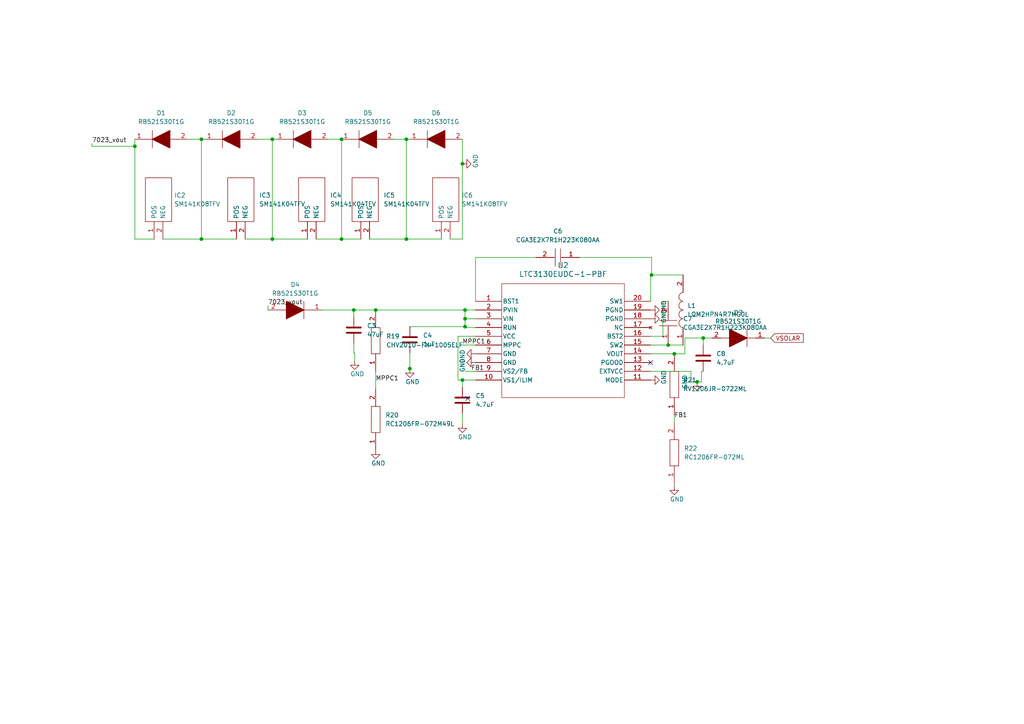
<source format=kicad_sch>
(kicad_sch (version 20230121) (generator eeschema)
  (paper "A4")
  (lib_symbols
    (symbol "AA_AUTO_LOADER:CGA3E2X7R1H223K080AA" (pin_names (offset 0.762))
      (property "Reference" "C" (at 8.89 6.35 0))
      (property "Value" "CGA3E2X7R1H223K080AA" (at 8.89 3.81 0))
      (symbol "CGA3E2X7R1H223K080AA_0_0"
        (pin passive line (at 0 0 0) (length 5.08) (name "~") (number "1"))
        (pin passive line (at 12.7 0 180) (length 5.08) (name "~") (number "2"))
      )
      (symbol "CGA3E2X7R1H223K080AA_0_1"
        (polyline (pts (xy 5.08 0) (xy 5.588 0)) (stroke (width 0.1524)))
        (polyline (pts (xy 5.588 2.54) (xy 5.588 -2.54)) (stroke (width 0.1524)))
        (polyline (pts (xy 7.112 0) (xy 7.62 0)) (stroke (width 0.1524)))
        (polyline (pts (xy 7.112 2.54) (xy 7.112 -2.54)) (stroke (width 0.1524)))
      )
    )
    (symbol "AA_AUTO_LOADER:CHV2010-FX-1005ELF" (pin_names (offset 0.762))
      (property "Reference" "R" (at 13.97 6.35 0))
      (property "Value" "CHV2010-FX-1005ELF" (at 13.97 3.81 0))
      (symbol "CHV2010-FX-1005ELF_0_0"
        (pin passive line (at 0 0 0) (length 5.08) (name "~") (number "1"))
        (pin passive line (at 17.78 0 180) (length 5.08) (name "~") (number "2"))
      )
      (symbol "CHV2010-FX-1005ELF_0_1"
        (polyline (pts (xy 5.08 1.27) (xy 12.7 1.27) (xy 12.7 -1.27) (xy 5.08 -1.27) (xy 5.08 1.27)) (stroke (width 0.1524)))
      )
    )
    (symbol "AA_AUTO_LOADER:LQM2HPN4R7MG0L" (pin_names (offset 0.762))
      (property "Reference" "L" (at 16.51 6.35 0))
      (property "Value" "LQM2HPN4R7MG0L" (at 16.51 3.81 0))
      (symbol "LQM2HPN4R7MG0L_0_0"
        (pin passive line (at 0 0 0) (length 5.08) (name "~") (number "1"))
        (pin passive line (at 20.32 0 180) (length 5.08) (name "~") (number "2"))
      )
      (symbol "LQM2HPN4R7MG0L_0_1"
        (arc (start 7.62 0) (mid 6.35 1.2202) (end 5.08 0) (stroke (width 0.1524)))
        (arc (start 10.16 0) (mid 8.89 1.2202) (end 7.62 0) (stroke (width 0.1524)))
        (arc (start 12.7 0) (mid 11.43 1.2202) (end 10.16 0) (stroke (width 0.1524)))
        (arc (start 15.24 0) (mid 13.97 1.2202) (end 12.7 0) (stroke (width 0.1524)))
      )
    )
    (symbol "AA_AUTO_LOADER:RB521S30T1G" (pin_names (offset 0.762))
      (property "Reference" "D" (at 11.43 5.08 0))
      (property "Value" "RB521S30T1G" (at 11.43 2.54 0))
      (symbol "RB521S30T1G_0_0"
        (pin passive line (at 0 0 0) (length 2.54) (name "~") (number "1"))
        (pin passive line (at 15.24 0 180) (length 2.54) (name "~") (number "2"))
      )
      (symbol "RB521S30T1G_0_1"
        (polyline (pts (xy 2.54 0) (xy 5.08 0)) (stroke (width 0.1524)))
        (polyline (pts (xy 5.08 2.54) (xy 5.08 -2.54)) (stroke (width 0.1524)))
        (polyline (pts (xy 10.16 0) (xy 12.7 0)) (stroke (width 0.1524)))
        (polyline (pts (xy 5.08 0) (xy 10.16 2.54) (xy 10.16 -2.54) (xy 5.08 0)) (stroke (width 0.254)) (fill (type outline)))
      )
    )
    (symbol "AA_AUTO_LOADER:RC1206FR-072M49L" (pin_names (offset 0.762))
      (property "Reference" "R" (at 13.97 6.35 0))
      (property "Value" "RC1206FR-072M49L" (at 13.97 3.81 0))
      (symbol "RC1206FR-072M49L_0_0"
        (pin passive line (at 0 0 0) (length 5.08) (name "~") (number "1"))
        (pin passive line (at 17.78 0 180) (length 5.08) (name "~") (number "2"))
      )
      (symbol "RC1206FR-072M49L_0_1"
        (polyline (pts (xy 5.08 1.27) (xy 12.7 1.27) (xy 12.7 -1.27) (xy 5.08 -1.27) (xy 5.08 1.27)) (stroke (width 0.1524)))
      )
    )
    (symbol "AA_AUTO_LOADER:RC1206FR-072ML" (pin_names (offset 0.762))
      (property "Reference" "R" (at 13.97 6.35 0))
      (property "Value" "RC1206FR-072ML" (at 13.97 3.81 0))
      (symbol "RC1206FR-072ML_0_0"
        (pin passive line (at 0 0 0) (length 5.08) (name "~") (number "1"))
        (pin passive line (at 17.78 0 180) (length 5.08) (name "~") (number "2"))
      )
      (symbol "RC1206FR-072ML_0_1"
        (polyline (pts (xy 5.08 1.27) (xy 12.7 1.27) (xy 12.7 -1.27) (xy 5.08 -1.27) (xy 5.08 1.27)) (stroke (width 0.1524)))
      )
    )
    (symbol "AA_AUTO_LOADER:RV1206JR-0722ML" (pin_names (offset 0.762))
      (property "Reference" "R" (at 13.97 6.35 0))
      (property "Value" "RV1206JR-0722ML" (at 13.97 3.81 0))
      (symbol "RV1206JR-0722ML_0_0"
        (pin passive line (at 0 0 0) (length 5.08) (name "~") (number "1"))
        (pin passive line (at 17.78 0 180) (length 5.08) (name "~") (number "2"))
      )
      (symbol "RV1206JR-0722ML_0_1"
        (polyline (pts (xy 5.08 1.27) (xy 12.7 1.27) (xy 12.7 -1.27) (xy 5.08 -1.27) (xy 5.08 1.27)) (stroke (width 0.1524)))
      )
    )
    (symbol "AA_AUTO_LOADER:SM141K04TFV" (pin_names (offset 0.762))
      (property "Reference" "IC" (at 19.05 7.62 0))
      (property "Value" "SM141K04TFV" (at 19.05 5.08 0))
      (symbol "SM141K04TFV_0_0"
        (pin power_in line (at 0 0 0) (length 5.08) (name "POS") (number "1"))
        (pin power_in line (at 0 -2.54 0) (length 5.08) (name "NEG") (number "2"))
      )
      (symbol "SM141K04TFV_0_1"
        (polyline (pts (xy 5.08 2.54) (xy 17.78 2.54) (xy 17.78 -5.08) (xy 5.08 -5.08) (xy 5.08 2.54)) (stroke (width 0.1524)))
      )
    )
    (symbol "AA_AUTO_LOADER:SM141K08TFV" (pin_names (offset 0.762))
      (property "Reference" "IC" (at 19.05 7.62 0))
      (property "Value" "SM141K08TFV" (at 19.05 5.08 0))
      (symbol "SM141K08TFV_0_0"
        (pin power_in line (at 0 0 0) (length 5.08) (name "POS") (number "1"))
        (pin power_in line (at 0 -2.54 0) (length 5.08) (name "NEG") (number "2"))
      )
      (symbol "SM141K08TFV_0_1"
        (polyline (pts (xy 5.08 2.54) (xy 17.78 2.54) (xy 17.78 -5.08) (xy 5.08 -5.08) (xy 5.08 2.54)) (stroke (width 0.1524)))
      )
    )
    (symbol "LTC3130:LTC3130EUDC-1-PBF" (pin_names (offset 0.254))
      (property "Reference" "U" (at 25.4 10.16 0))
      (property "Value" "LTC3130EUDC-1-PBF" (at 25.4 7.62 0))
      (symbol "LTC3130EUDC-1-PBF_0_1"
        (polyline (pts (xy 7.62 -27.94) (xy 43.18 -27.94)) (stroke (width 0.127)))
        (polyline (pts (xy 7.62 5.08) (xy 7.62 -27.94)) (stroke (width 0.127)))
        (polyline (pts (xy 43.18 -27.94) (xy 43.18 5.08)) (stroke (width 0.127)))
        (polyline (pts (xy 43.18 5.08) (xy 7.62 5.08)) (stroke (width 0.127)))
        (pin unspecified line (at 0 0 0) (length 7.62) (name "BST1") (number "1"))
        (pin bidirectional line (at 0 -22.86 0) (length 7.62) (name "VS1/ILIM") (number "10"))
        (pin unspecified line (at 50.8 -22.86 180) (length 7.62) (name "MODE") (number "11"))
        (pin input line (at 50.8 -20.32 180) (length 7.62) (name "EXTVCC") (number "12"))
        (pin output line (at 50.8 -17.78 180) (length 7.62) (name "PGOOD") (number "13"))
        (pin output line (at 50.8 -15.24 180) (length 7.62) (name "VOUT") (number "14"))
        (pin unspecified line (at 50.8 -12.7 180) (length 7.62) (name "SW2") (number "15"))
        (pin unspecified line (at 50.8 -10.16 180) (length 7.62) (name "BST2") (number "16"))
        (pin no_connect line (at 50.8 -7.62 180) (length 7.62) (name "NC") (number "17"))
        (pin power_out line (at 50.8 -5.08 180) (length 7.62) (name "PGND") (number "18"))
        (pin power_out line (at 50.8 -2.54 180) (length 7.62) (name "PGND") (number "19"))
        (pin input line (at 0 -2.54 0) (length 7.62) (name "PVIN") (number "2"))
        (pin unspecified line (at 50.8 0 180) (length 7.62) (name "SW1") (number "20"))
        (pin input line (at 0 -5.08 0) (length 7.62) (name "VIN") (number "3"))
        (pin input line (at 0 -7.62 0) (length 7.62) (name "RUN") (number "4"))
        (pin power_in line (at 0 -10.16 0) (length 7.62) (name "VCC") (number "5"))
        (pin unspecified line (at 0 -12.7 0) (length 7.62) (name "MPPC") (number "6"))
        (pin power_out line (at 0 -15.24 0) (length 7.62) (name "GND") (number "7"))
        (pin power_out line (at 0 -17.78 0) (length 7.62) (name "GND") (number "8"))
        (pin bidirectional line (at 0 -20.32 0) (length 7.62) (name "VS2/FB") (number "9"))
      )
    )
    (symbol "PCM_Capacitor_AKL:C_0805" (pin_numbers hide) (pin_names (offset 0.254))
      (property "Reference" "C" (at 0.635 2.54 0))
      (property "Value" "C_0805" (at 0.635 -2.54 0))
      (symbol "C_0805_0_1"
        (polyline (pts (xy -2.032 -0.762) (xy 2.032 -0.762)) (stroke (width 0.508)))
        (polyline (pts (xy -2.032 0.762) (xy 2.032 0.762)) (stroke (width 0.508)))
      )
      (symbol "C_0805_1_1"
        (pin passive line (at 0 3.81 270) (length 2.794) (name "~") (number "1"))
        (pin passive line (at 0 -3.81 90) (length 2.794) (name "~") (number "2"))
      )
    )
    (symbol "power:GND" (power) (pin_names (offset 0))
      (property "Value" "GND" (at 0 -3.81 0))
      (symbol "GND_0_1"
        (polyline (pts (xy 0 0) (xy 0 -1.27) (xy 1.27 -1.27) (xy 0 -2.54) (xy -1.27 -1.27) (xy 0 -1.27)))
      )
      (symbol "GND_1_1"
        (pin power_in line (at 0 0 270) (length 0) hide (name "GND") (number "1"))
      )
    )
  )
  (junction (at 134.874 89.916))
  (junction (at 134.874 94.742))
  (junction (at 193.802 100.076))
  (junction (at 102.616 89.916))
  (junction (at 117.856 69.342))
  (junction (at 202.184 110.744))
  (junction (at 99.06 40.386))
  (junction (at 78.994 40.386))
  (junction (at 195.58 102.616))
  (junction (at 58.42 40.386))
  (junction (at 99.06 69.342))
  (junction (at 203.962 98.044))
  (junction (at 39.116 42.418))
  (junction (at 117.856 40.386))
  (junction (at 134.874 92.456))
  (junction (at 58.42 69.342))
  (junction (at 108.966 89.916))
  (junction (at 134.112 110.236))
  (junction (at 134.112 47.498))
  (junction (at 188.976 79.756))
  (junction (at 78.994 69.342))
  (junction (at 118.872 106.934))
  (no_connect (at 135.636 115.57))
  (no_connect (at 188.722 105.156))
  (wire (pts (xy 134.874 89.916) (xy 134.874 92.456)))
  (wire (pts (xy 77.724 88.646) (xy 77.724 89.916)))
  (wire (pts (xy 193.802 100.076) (xy 198.12 100.076)))
  (wire (pts (xy 134.112 110.236) (xy 137.922 110.236)))
  (wire (pts (xy 117.856 40.386) (xy 117.856 69.342)))
  (wire (pts (xy 26.67 41.656) (xy 26.67 42.418)))
  (wire (pts (xy 78.994 69.342) (xy 89.154 69.342)))
  (wire (pts (xy 117.856 40.386) (xy 118.872 40.386)))
  (wire (pts (xy 198.628 98.044) (xy 203.962 98.044)))
  (wire (pts (xy 198.628 102.616) (xy 198.628 98.044)))
  (wire (pts (xy 107.188 69.342) (xy 117.856 69.342)))
  (wire (pts (xy 188.722 107.696) (xy 200.406 107.696)))
  (wire (pts (xy 188.722 100.076) (xy 193.802 100.076)))
  (wire (pts (xy 203.962 98.044) (xy 206.502 98.044)))
  (wire (pts (xy 134.874 89.916) (xy 137.922 89.916)))
  (wire (pts (xy 133.35 100.076) (xy 137.922 100.076)))
  (wire (pts (xy 134.112 47.498) (xy 134.112 69.342)))
  (wire (pts (xy 137.922 97.536) (xy 132.842 97.536)))
  (wire (pts (xy 134.874 94.742) (xy 134.874 94.996)))
  (wire (pts (xy 188.976 79.756) (xy 188.722 79.756)))
  (wire (pts (xy 134.112 69.342) (xy 130.556 69.342)))
  (wire (pts (xy 26.67 42.418) (xy 39.116 42.418)))
  (wire (pts (xy 118.872 102.362) (xy 118.872 106.934)))
  (wire (pts (xy 192.278 87.376) (xy 192.278 97.536)))
  (wire (pts (xy 134.874 92.456) (xy 137.922 92.456)))
  (wire (pts (xy 91.694 69.342) (xy 99.06 69.342)))
  (wire (pts (xy 102.616 102.362) (xy 102.616 99.568)))
  (wire (pts (xy 202.184 110.744) (xy 203.454 110.744)))
  (wire (pts (xy 104.648 69.342) (xy 99.06 69.342)))
  (wire (pts (xy 188.722 79.756) (xy 188.722 87.376)))
  (wire (pts (xy 39.116 42.418) (xy 39.116 69.342)))
  (wire (pts (xy 99.06 40.386) (xy 95.25 40.386)))
  (wire (pts (xy 193.802 87.376) (xy 192.278 87.376)))
  (wire (pts (xy 54.356 40.386) (xy 58.42 40.386)))
  (wire (pts (xy 134.112 112.268) (xy 134.112 110.236)))
  (wire (pts (xy 134.874 94.996) (xy 137.922 94.996)))
  (wire (pts (xy 99.06 40.386) (xy 99.06 69.342)))
  (wire (pts (xy 102.616 89.916) (xy 108.966 89.916)))
  (wire (pts (xy 203.454 110.744) (xy 203.454 107.696)))
  (wire (pts (xy 114.3 40.386) (xy 117.856 40.386)))
  (wire (pts (xy 134.874 107.696) (xy 137.922 107.696)))
  (wire (pts (xy 200.406 110.744) (xy 202.184 110.744)))
  (wire (pts (xy 195.58 102.616) (xy 198.628 102.616)))
  (wire (pts (xy 132.842 97.536) (xy 132.842 110.236)))
  (wire (pts (xy 195.58 122.428) (xy 195.58 120.396)))
  (wire (pts (xy 221.742 98.044) (xy 223.52 98.044)))
  (wire (pts (xy 134.112 119.888) (xy 134.112 122.936)))
  (wire (pts (xy 74.676 40.386) (xy 78.994 40.386)))
  (wire (pts (xy 137.922 87.376) (xy 137.922 74.676)))
  (wire (pts (xy 71.12 69.342) (xy 78.994 69.342)))
  (wire (pts (xy 108.966 112.776) (xy 108.966 107.696)))
  (wire (pts (xy 118.872 94.742) (xy 134.874 94.742)))
  (wire (pts (xy 39.116 40.386) (xy 39.116 42.418)))
  (wire (pts (xy 134.874 94.742) (xy 134.874 92.456)))
  (wire (pts (xy 58.42 40.386) (xy 59.436 40.386)))
  (wire (pts (xy 203.962 98.044) (xy 203.962 100.076)))
  (wire (pts (xy 102.616 91.948) (xy 102.616 89.916)))
  (wire (pts (xy 44.704 69.342) (xy 39.116 69.342)))
  (wire (pts (xy 188.976 74.676) (xy 188.976 79.756)))
  (wire (pts (xy 78.994 40.386) (xy 80.01 40.386)))
  (wire (pts (xy 134.112 40.386) (xy 134.112 47.498)))
  (wire (pts (xy 102.87 102.362) (xy 102.87 104.648)))
  (wire (pts (xy 93.218 89.916) (xy 102.616 89.916)))
  (wire (pts (xy 102.616 102.362) (xy 102.87 102.362)))
  (wire (pts (xy 192.278 97.536) (xy 188.722 97.536)))
  (wire (pts (xy 200.406 107.696) (xy 200.406 110.744)))
  (wire (pts (xy 195.58 140.97) (xy 195.58 140.208)))
  (wire (pts (xy 47.244 69.342) (xy 58.42 69.342)))
  (wire (pts (xy 203.454 107.696) (xy 203.962 107.696)))
  (wire (pts (xy 117.856 69.342) (xy 128.016 69.342)))
  (wire (pts (xy 188.722 102.616) (xy 195.58 102.616)))
  (wire (pts (xy 137.922 74.676) (xy 155.448 74.676)))
  (wire (pts (xy 132.842 110.236) (xy 134.112 110.236)))
  (wire (pts (xy 168.148 74.676) (xy 188.976 74.676)))
  (wire (pts (xy 58.42 69.342) (xy 68.58 69.342)))
  (wire (pts (xy 108.966 89.916) (xy 134.874 89.916)))
  (wire (pts (xy 198.12 79.756) (xy 188.976 79.756)))
  (wire (pts (xy 77.724 89.916) (xy 77.978 89.916)))
  (wire (pts (xy 118.872 106.934) (xy 118.872 107.188)))
  (wire (pts (xy 58.42 40.386) (xy 58.42 69.342)))
  (wire (pts (xy 78.994 40.386) (xy 78.994 69.342)))
  (label "7023_vout" (at 77.724 88.646 0))
  (label "MPPC1" (at 108.966 110.744 0))
  (label "MPPC1" (at 134.112 100.076 0))
  (label "FB1" (at 136.652 107.696 0))
  (label "FB1" (at 195.58 121.412 0))
  (label "7023_vout" (at 26.67 41.656 0))
  (global_label "VSOLAR" (shape input) (at 223.52 98.044 0) (property "Intersheetrefs" "${INTERSHEET_REFS}" (effects hide)))
  (symbol (lib_id "AA_AUTO_LOADER:RC1206FR-072M49L") (at 108.966 130.556 90) (unit 1)
    (property "Reference" "R20" (at 111.76 120.396 90) (effects (justify right)))
    (property "Value" "RC1206FR-072M49L" (at 111.76 122.936 90) (effects (justify right)))
    (property "Footprint" "RESC3116X65N" (effects hide))
    (property "Datasheet" "https://www.sos.sk/productdata/35/10/4/35104/RC1206.pdf" (effects hide))
    (property "Description" "Thick Film Resistors - SMD 1/4W 2.49M Ohms 1%" (effects hide))
    (property "Height" "0.65" (effects hide))
    (property "Manufacturer_Name" "KEMET" (effects hide))
    (property "Manufacturer_Part_Number" "RC1206FR-072M49L" (effects hide))
    (property "Mouser Part Number" "603-RC1206FR-072M49L" (effects hide))
    (property "Mouser Price/Stock" "https://www.mouser.com/Search/Refine.aspx?Keyword=603-RC1206FR-072M49L" (effects hide))
    (property "Arrow Part Number" "RC1206FR-072M49L" (effects hide))
    (property "Arrow Price/Stock" "https://www.arrow.com/en/products/rc1206fr-072m49l/yageo" (effects hide))
    (instances (project "Z_MINUS_REV1" (path "" (reference "R20") (unit 1))) (project "Xpanel_V1_final" (path "" (reference "R40") (unit 1))))
  )
  (symbol (lib_id "AA_AUTO_LOADER:RB521S30T1G") (at 80.01 40.386 0) (unit 1)
    (property "Reference" "D3" (at 87.63 32.766 0))
    (property "Value" "RB521S30T1G" (at 87.63 35.306 0))
    (property "Footprint" "SODFL1608X70N" (effects hide))
    (property "Datasheet" "http://www.onsemi.com/pub/Collateral/RB521S30T1-D.PDF" (effects hide))
    (property "Description" "Schottky Barrier Diode" (effects hide))
    (property "Height" "0.7" (effects hide))
    (property "Manufacturer_Name" "onsemi" (effects hide))
    (property "Manufacturer_Part_Number" "RB521S30T1G" (effects hide))
    (property "Mouser Part Number" "863-RB521S30T1G" (effects hide))
    (property "Mouser Price/Stock" "https://www.mouser.co.uk/ProductDetail/onsemi/RB521S30T1G?qs=xZq1yRCsb1eKFKS8TVH%2Fqg%3D%3D" (effects hide))
    (property "Arrow Part Number" "RB521S30T1G" (effects hide))
    (property "Arrow Price/Stock" "https://www.arrow.com/en/products/rb521s30t1g/on-semiconductor?region=europe" (effects hide))
  )
  (symbol (lib_id "AA_AUTO_LOADER:RB521S30T1G") (at 118.872 40.386 0) (unit 1)
    (property "Reference" "D6" (at 126.492 32.766 0))
    (property "Value" "RB521S30T1G" (at 126.492 35.306 0))
    (property "Footprint" "SODFL1608X70N" (effects hide))
    (property "Datasheet" "http://www.onsemi.com/pub/Collateral/RB521S30T1-D.PDF" (effects hide))
    (property "Description" "Schottky Barrier Diode" (effects hide))
    (property "Height" "0.7" (effects hide))
    (property "Manufacturer_Name" "onsemi" (effects hide))
    (property "Manufacturer_Part_Number" "RB521S30T1G" (effects hide))
    (property "Mouser Part Number" "863-RB521S30T1G" (effects hide))
    (property "Mouser Price/Stock" "https://www.mouser.co.uk/ProductDetail/onsemi/RB521S30T1G?qs=xZq1yRCsb1eKFKS8TVH%2Fqg%3D%3D" (effects hide))
    (property "Arrow Part Number" "RB521S30T1G" (effects hide))
    (property "Arrow Price/Stock" "https://www.arrow.com/en/products/rb521s30t1g/on-semiconductor?region=europe" (effects hide))
  )
  (symbol (lib_id "power:GND") (at 102.87 104.648 0) (mirror y) (unit 1)
    (property "Reference" "#PWR?" (effects hide))
    (property "Value" "GND" (at 101.6 108.458 0) (effects (justify right)))
    (instances (project "xpanel" (path "" (reference "#PWR?") (unit 1))) (project "Z_MINUS_REV1" (path "" (reference "#PWR013") (unit 1))) (project "Xpanel_V1_final" (path "" (reference "#PWR038") (unit 1)) (path "" (reference "#PWR041") (unit 1))))
  )
  (symbol (lib_id "AA_AUTO_LOADER:LQM2HPN4R7MG0L") (at 198.12 100.076 90) (unit 1)
    (property "Reference" "L1" (at 199.39 88.646 90) (effects (justify right)))
    (property "Value" "LQM2HPN4R7MG0L" (at 199.39 91.186 90) (effects (justify right)))
    (property "Footprint" "LQM2HPN1R0MG0L" (effects hide))
    (property "Datasheet" "https://psearch.en.murata.com/inductor/product/LQM2HPN4R7MG0%23.html" (effects hide))
    (property "Description" "Inductor SMD 1008 shielded 4.7uH Murata LQM2HP_G0 Series 4700 nH +/-20% Ferrite Multilayer SMD Inductor, 1008 Case, SRF: 0.025GHz 1.1A dc 138m Rdc" (effects hide))
    (property "Height" "1" (effects hide))
    (property "Manufacturer_Name" "Murata Electronics" (effects hide))
    (property "Manufacturer_Part_Number" "LQM2HPN4R7MG0L" (effects hide))
    (property "Mouser Part Number" "81-LQM2HPN4R7MG0L" (effects hide))
    (property "Mouser Price/Stock" "https://www.mouser.co.uk/ProductDetail/Murata-Electronics/LQM2HPN4R7MG0L?qs=%2F%252BYoplLUB5jnkqM2%2FFTc3g%3D%3D" (effects hide))
    (property "Arrow Part Number" "LQM2HPN4R7MG0L" (effects hide))
    (property "Arrow Price/Stock" "https://www.arrow.com/en/products/lqm2hpn4r7mg0l/murata-manufacturing?region=nac" (effects hide))
    (instances (project "Z_MINUS_REV1" (path "" (reference "L1") (unit 1))) (project "Xpanel_V1_final" (path "" (reference "L3") (unit 1)) (path "" (reference "L4") (unit 1))))
  )
  (symbol (lib_id "power:GND") (at 108.966 130.556 0) (mirror y) (unit 1)
    (property "Reference" "#PWR?" (effects hide))
    (property "Value" "GND" (at 107.696 134.366 0) (effects (justify right)))
    (instances (project "xpanel" (path "" (reference "#PWR?") (unit 1))) (project "Z_MINUS_REV1" (path "" (reference "#PWR014") (unit 1))) (project "Xpanel_V1_final" (path "" (reference "#PWR039") (unit 1)) (path "" (reference "#PWR042") (unit 1))))
  )
  (symbol (lib_id "power:GND") (at 202.184 110.744 0) (mirror y) (unit 1)
    (property "Reference" "#PWR?" (effects hide))
    (property "Value" "GND" (at 198.628 108.712 90) (effects (justify right)))
    (instances (project "xpanel" (path "" (reference "#PWR?") (unit 1))) (project "Z_MINUS_REV1" (path "" (reference "#PWR024") (unit 1))) (project "Xpanel_V1_final" (path "" (reference "#PWR037") (unit 1)) (path "" (reference "#PWR057") (unit 1))))
  )
  (symbol (lib_id "AA_AUTO_LOADER:RB521S30T1G") (at 221.742 98.044 180) (unit 1)
    (property "Reference" "D7" (at 214.122 90.678 0))
    (property "Value" "RB521S30T1G" (at 214.122 93.218 0))
    (property "Footprint" "SODFL1608X70N" (effects hide))
    (property "Datasheet" "http://www.onsemi.com/pub/Collateral/RB521S30T1-D.PDF" (effects hide))
    (property "Description" "Schottky Barrier Diode" (effects hide))
    (property "Height" "0.7" (effects hide))
    (property "Manufacturer_Name" "onsemi" (effects hide))
    (property "Manufacturer_Part_Number" "RB521S30T1G" (effects hide))
    (property "Mouser Part Number" "863-RB521S30T1G" (effects hide))
    (property "Mouser Price/Stock" "https://www.mouser.co.uk/ProductDetail/onsemi/RB521S30T1G?qs=xZq1yRCsb1eKFKS8TVH%2Fqg%3D%3D" (effects hide))
    (property "Arrow Part Number" "RB521S30T1G" (effects hide))
    (property "Arrow Price/Stock" "https://www.arrow.com/en/products/rb521s30t1g/on-semiconductor?region=europe" (effects hide))
  )
  (symbol (lib_id "AA_AUTO_LOADER:RB521S30T1G") (at 59.436 40.386 0) (unit 1)
    (property "Reference" "D2" (at 67.056 32.766 0))
    (property "Value" "RB521S30T1G" (at 67.056 35.306 0))
    (property "Footprint" "SODFL1608X70N" (effects hide))
    (property "Datasheet" "http://www.onsemi.com/pub/Collateral/RB521S30T1-D.PDF" (effects hide))
    (property "Description" "Schottky Barrier Diode" (effects hide))
    (property "Height" "0.7" (effects hide))
    (property "Manufacturer_Name" "onsemi" (effects hide))
    (property "Manufacturer_Part_Number" "RB521S30T1G" (effects hide))
    (property "Mouser Part Number" "863-RB521S30T1G" (effects hide))
    (property "Mouser Price/Stock" "https://www.mouser.co.uk/ProductDetail/onsemi/RB521S30T1G?qs=xZq1yRCsb1eKFKS8TVH%2Fqg%3D%3D" (effects hide))
    (property "Arrow Part Number" "RB521S30T1G" (effects hide))
    (property "Arrow Price/Stock" "https://www.arrow.com/en/products/rb521s30t1g/on-semiconductor?region=europe" (effects hide))
  )
  (symbol (lib_id "PCM_Capacitor_AKL:C_0805") (at 203.962 103.886 0) (unit 1)
    (property "Reference" "C8" (at 207.772 102.616 0) (effects (justify left)))
    (property "Value" "4.7uF" (at 207.772 105.156 0) (effects (justify left)))
    (property "Footprint" "Capacitor_SMD:C_0805_2012Metric" (effects hide))
  )
  (symbol (lib_id "AA_AUTO_LOADER:SM141K08TFV") (at 44.704 69.342 90) (unit 1)
    (property "Reference" "IC2" (at 50.546 56.642 90) (effects (justify right)))
    (property "Value" "SM141K08TFV" (at 50.546 59.182 90) (effects (justify right)))
    (property "Footprint" "SODFL520290X120N" (effects hide))
    (property "Datasheet" "https://waf-e.dubudisk.com/anysolar.dubuplus.com/techsupport@anysolar.biz/O18BEt3/DubuDisk/www/Gen3/SM141K08TFV%20DATA%20SHEET%20202105.pdf" (effects hide))
    (property "Description" "SOLAR CELL G3 THIN 5.53V 246MW" (effects hide))
    (property "Height" "1.2" (effects hide))
    (property "Manufacturer_Name" "ANYSOLAR" (effects hide))
    (property "Manufacturer_Part_Number" "SM141K08TFV" (effects hide))
  )
  (symbol (lib_id "AA_AUTO_LOADER:SM141K04TFV") (at 68.58 69.342 90) (unit 1)
    (property "Reference" "IC3" (at 75.184 56.642 90) (effects (justify right)))
    (property "Value" "SM141K04TFV" (at 75.184 59.182 90) (effects (justify right)))
    (property "Footprint" "SODFL340230X120N" (effects hide))
    (property "Datasheet" "https://waf-e.dubuplus.com/anysolar.dubuplus.com/techsupport@anysolar.biz/O18BEsz/DubuDisk/www/Gen3/SM141K04TFV%20DATA%20SHEET%20202105.pdf" (effects hide))
    (property "Description" "SOLAR CELL G3 THIN 2.76V 123MW" (effects hide))
    (property "Height" "1.2" (effects hide))
    (property "Manufacturer_Name" "ANYSOLAR" (effects hide))
    (property "Manufacturer_Part_Number" "SM141K04TFV" (effects hide))
  )
  (symbol (lib_id "AA_AUTO_LOADER:CGA3E2X7R1H223K080AA") (at 168.148 74.676 180) (unit 1)
    (property "Reference" "C6" (at 161.798 67.056 0))
    (property "Value" "CGA3E2X7R1H223K080AA" (at 161.798 69.596 0))
    (property "Footprint" "CAPC1608X90N" (effects hide))
    (property "Datasheet" "http://docs-europe.electrocomponents.com/webdocs/14e9/0900766b814e9125.pdf" (effects hide))
    (property "Description" "TDK 22nF Multilayer Ceramic Capacitor MLCC 50 V dc +/-10% X7R Dielectric 1608 Solder Max. Op. Temp. +125C" (effects hide))
    (property "Height" "0.9" (effects hide))
    (property "Manufacturer_Name" "TDK" (effects hide))
    (property "Manufacturer_Part_Number" "CGA3E2X7R1H223K080AA" (effects hide))
    (property "Mouser Part Number" "810-CGA3E2X7R1H223K" (effects hide))
    (property "Mouser Price/Stock" "https://www.mouser.co.uk/ProductDetail/TDK/CGA3E2X7R1H223K080AA?qs=NRhsANhppD%252Baj3NexA80WA%3D%3D" (effects hide))
    (property "Arrow Part Number" "CGA3E2X7R1H223K080AA" (effects hide))
    (property "Arrow Price/Stock" "https://www.arrow.com/en/products/cga3e2x7r1h223k080aa/tdk?region=nac" (effects hide))
    (instances (project "Z_MINUS_REV1" (path "" (reference "C6") (unit 1))) (project "Xpanel_V1_final" (path "" (reference "C13") (unit 1)) (path "" (reference "C17") (unit 1))))
  )
  (symbol (lib_id "power:GND") (at 118.872 106.934 0) (mirror y) (unit 1)
    (property "Reference" "#PWR?" (effects hide))
    (property "Value" "GND" (at 117.602 110.744 0) (effects (justify right)))
    (instances (project "xpanel" (path "" (reference "#PWR?") (unit 1))) (project "Z_MINUS_REV1" (path "" (reference "#PWR015") (unit 1))) (project "Xpanel_V1_final" (path "" (reference "#PWR031") (unit 1)) (path "" (reference "#PWR043") (unit 1))))
  )
  (symbol (lib_id "AA_AUTO_LOADER:RB521S30T1G") (at 99.06 40.386 0) (unit 1)
    (property "Reference" "D5" (at 106.68 32.766 0))
    (property "Value" "RB521S30T1G" (at 106.68 35.306 0))
    (property "Footprint" "SODFL1608X70N" (effects hide))
    (property "Datasheet" "http://www.onsemi.com/pub/Collateral/RB521S30T1-D.PDF" (effects hide))
    (property "Description" "Schottky Barrier Diode" (effects hide))
    (property "Height" "0.7" (effects hide))
    (property "Manufacturer_Name" "onsemi" (effects hide))
    (property "Manufacturer_Part_Number" "RB521S30T1G" (effects hide))
    (property "Mouser Part Number" "863-RB521S30T1G" (effects hide))
    (property "Mouser Price/Stock" "https://www.mouser.co.uk/ProductDetail/onsemi/RB521S30T1G?qs=xZq1yRCsb1eKFKS8TVH%2Fqg%3D%3D" (effects hide))
    (property "Arrow Part Number" "RB521S30T1G" (effects hide))
    (property "Arrow Price/Stock" "https://www.arrow.com/en/products/rb521s30t1g/on-semiconductor?region=europe" (effects hide))
  )
  (symbol (lib_id "power:GND") (at 134.112 47.498 90) (mirror x) (unit 1)
    (property "Reference" "#PWR?" (effects hide))
    (property "Value" "GND" (at 137.922 48.768 0) (effects (justify right)))
    (instances (project "xpanel" (path "" (reference "#PWR?") (unit 1))) (project "Z_MINUS_REV1" (path "" (reference "#PWR016") (unit 1))) (project "Xpanel_V1_final" (path "" (reference "#PWR039") (unit 1)) (path "" (reference "#PWR042") (unit 1))))
  )
  (symbol (lib_id "PCM_Capacitor_AKL:C_0805") (at 102.616 95.758 0) (unit 1)
    (property "Reference" "C3" (at 106.426 94.488 0) (effects (justify left)))
    (property "Value" "47uF" (at 106.426 97.028 0) (effects (justify left)))
    (property "Footprint" "Capacitor_SMD:C_0805_2012Metric" (effects hide))
  )
  (symbol (lib_id "PCM_Capacitor_AKL:C_0805") (at 118.872 98.552 0) (unit 1)
    (property "Reference" "C4" (at 122.682 97.282 0) (effects (justify left)))
    (property "Value" "1uF" (at 122.682 99.822 0) (effects (justify left)))
    (property "Footprint" "Capacitor_SMD:C_0805_2012Metric" (effects hide))
  )
  (symbol (lib_id "power:GND") (at 134.112 122.936 0) (mirror y) (unit 1)
    (property "Reference" "#PWR?" (effects hide))
    (property "Value" "GND" (at 132.842 126.746 0) (effects (justify right)))
    (instances (project "xpanel" (path "" (reference "#PWR?") (unit 1))) (project "Z_MINUS_REV1" (path "" (reference "#PWR017") (unit 1))) (project "Xpanel_V1_final" (path "" (reference "#PWR036") (unit 1)) (path "" (reference "#PWR044") (unit 1))))
  )
  (symbol (lib_id "LTC3130:LTC3130EUDC-1-PBF") (at 137.922 87.376 0) (unit 1)
    (property "Reference" "U2" (at 163.322 76.962 0) (effects (font (size 1.524 1.524))))
    (property "Value" "LTC3130EUDC-1-PBF" (at 163.322 79.502 0) (effects (font (size 1.524 1.524))))
    (property "Footprint" "UDC_20_ADI" (effects hide))
    (property "Datasheet" "LTC3130EUDC-1-PBF" (effects hide))
    (instances (project "Z_MINUS_REV1" (path "" (reference "U2") (unit 1))) (project "Xpanel_V1_final" (path "" (reference "U3") (unit 1)) (path "" (reference "U4") (unit 1))))
  )
  (symbol (lib_id "AA_AUTO_LOADER:CGA3E2X7R1H223K080AA") (at 193.802 100.076 90) (unit 1)
    (property "Reference" "C7" (at 198.12 92.456 90) (effects (justify right)))
    (property "Value" "CGA3E2X7R1H223K080AA" (at 198.12 94.996 90) (effects (justify right)))
    (property "Footprint" "CAPC1608X90N" (effects hide))
    (property "Datasheet" "http://docs-europe.electrocomponents.com/webdocs/14e9/0900766b814e9125.pdf" (effects hide))
    (property "Description" "TDK 22nF Multilayer Ceramic Capacitor MLCC 50 V dc +/-10% X7R Dielectric 1608 Solder Max. Op. Temp. +125C" (effects hide))
    (property "Height" "0.9" (effects hide))
    (property "Manufacturer_Name" "TDK" (effects hide))
    (property "Manufacturer_Part_Number" "CGA3E2X7R1H223K080AA" (effects hide))
    (property "Mouser Part Number" "810-CGA3E2X7R1H223K" (effects hide))
    (property "Mouser Price/Stock" "https://www.mouser.co.uk/ProductDetail/TDK/CGA3E2X7R1H223K080AA?qs=NRhsANhppD%252Baj3NexA80WA%3D%3D" (effects hide))
    (property "Arrow Part Number" "CGA3E2X7R1H223K080AA" (effects hide))
    (property "Arrow Price/Stock" "https://www.arrow.com/en/products/cga3e2x7r1h223k080aa/tdk?region=nac" (effects hide))
    (instances (project "Z_MINUS_REV1" (path "" (reference "C7") (unit 1))) (project "Xpanel_V1_final" (path "" (reference "C12") (unit 1)) (path "" (reference "C18") (unit 1))))
  )
  (symbol (lib_id "power:GND") (at 188.722 110.236 90) (mirror x) (unit 1)
    (property "Reference" "#PWR?" (effects hide))
    (property "Value" "GND" (at 192.532 111.506 0) (effects (justify right)))
    (instances (project "xpanel" (path "" (reference "#PWR?") (unit 1))) (project "Z_MINUS_REV1" (path "" (reference "#PWR022") (unit 1))) (project "Xpanel_V1_final" (path "" (reference "#PWR037") (unit 1)) (path "" (reference "#PWR049") (unit 1))))
  )
  (symbol (lib_id "AA_AUTO_LOADER:SM141K04TFV") (at 104.648 69.342 90) (unit 1)
    (property "Reference" "IC5" (at 111.252 56.642 90) (effects (justify right)))
    (property "Value" "SM141K04TFV" (at 111.252 59.182 90) (effects (justify right)))
    (property "Footprint" "SODFL340230X120N" (effects hide))
    (property "Datasheet" "https://waf-e.dubuplus.com/anysolar.dubuplus.com/techsupport@anysolar.biz/O18BEsz/DubuDisk/www/Gen3/SM141K04TFV%20DATA%20SHEET%20202105.pdf" (effects hide))
    (property "Description" "SOLAR CELL G3 THIN 2.76V 123MW" (effects hide))
    (property "Height" "1.2" (effects hide))
    (property "Manufacturer_Name" "ANYSOLAR" (effects hide))
    (property "Manufacturer_Part_Number" "SM141K04TFV" (effects hide))
  )
  (symbol (lib_id "power:GND") (at 137.922 102.616 270) (mirror x) (unit 1)
    (property "Reference" "#PWR?" (effects hide))
    (property "Value" "GND" (at 134.112 101.346 0) (effects (justify right)))
    (instances (project "xpanel" (path "" (reference "#PWR?") (unit 1))) (project "Z_MINUS_REV1" (path "" (reference "#PWR018") (unit 1))) (project "Xpanel_V1_final" (path "" (reference "#PWR032") (unit 1)) (path "" (reference "#PWR045") (unit 1))))
  )
  (symbol (lib_id "AA_AUTO_LOADER:RB521S30T1G") (at 39.116 40.386 0) (unit 1)
    (property "Reference" "D1" (at 46.736 32.766 0))
    (property "Value" "RB521S30T1G" (at 46.736 35.306 0))
    (property "Footprint" "SODFL1608X70N" (effects hide))
    (property "Datasheet" "http://www.onsemi.com/pub/Collateral/RB521S30T1-D.PDF" (effects hide))
    (property "Description" "Schottky Barrier Diode" (effects hide))
    (property "Height" "0.7" (effects hide))
    (property "Manufacturer_Name" "onsemi" (effects hide))
    (property "Manufacturer_Part_Number" "RB521S30T1G" (effects hide))
    (property "Mouser Part Number" "863-RB521S30T1G" (effects hide))
    (property "Mouser Price/Stock" "https://www.mouser.co.uk/ProductDetail/onsemi/RB521S30T1G?qs=xZq1yRCsb1eKFKS8TVH%2Fqg%3D%3D" (effects hide))
    (property "Arrow Part Number" "RB521S30T1G" (effects hide))
    (property "Arrow Price/Stock" "https://www.arrow.com/en/products/rb521s30t1g/on-semiconductor?region=europe" (effects hide))
  )
  (symbol (lib_id "power:GND") (at 188.722 89.916 90) (mirror x) (unit 1)
    (property "Reference" "#PWR?" (effects hide))
    (property "Value" "GND" (at 192.532 91.186 0) (effects (justify right)))
    (instances (project "xpanel" (path "" (reference "#PWR?") (unit 1))) (project "Z_MINUS_REV1" (path "" (reference "#PWR020") (unit 1))) (project "Xpanel_V1_final" (path "" (reference "#PWR035") (unit 1)) (path "" (reference "#PWR047") (unit 1))))
  )
  (symbol (lib_id "AA_AUTO_LOADER:RB521S30T1G") (at 93.218 89.916 180) (unit 1)
    (property "Reference" "D4" (at 85.598 82.55 0))
    (property "Value" "RB521S30T1G" (at 85.598 85.09 0))
    (property "Footprint" "SODFL1608X70N" (effects hide))
    (property "Datasheet" "http://www.onsemi.com/pub/Collateral/RB521S30T1-D.PDF" (effects hide))
    (property "Description" "Schottky Barrier Diode" (effects hide))
    (property "Height" "0.7" (effects hide))
    (property "Manufacturer_Name" "onsemi" (effects hide))
    (property "Manufacturer_Part_Number" "RB521S30T1G" (effects hide))
    (property "Mouser Part Number" "863-RB521S30T1G" (effects hide))
    (property "Mouser Price/Stock" "https://www.mouser.co.uk/ProductDetail/onsemi/RB521S30T1G?qs=xZq1yRCsb1eKFKS8TVH%2Fqg%3D%3D" (effects hide))
    (property "Arrow Part Number" "RB521S30T1G" (effects hide))
    (property "Arrow Price/Stock" "https://www.arrow.com/en/products/rb521s30t1g/on-semiconductor?region=europe" (effects hide))
  )
  (symbol (lib_id "AA_AUTO_LOADER:SM141K08TFV") (at 128.016 69.342 90) (unit 1)
    (property "Reference" "IC6" (at 133.858 56.642 90) (effects (justify right)))
    (property "Value" "SM141K08TFV" (at 133.858 59.182 90) (effects (justify right)))
    (property "Footprint" "SODFL520290X120N" (effects hide))
    (property "Datasheet" "https://waf-e.dubudisk.com/anysolar.dubuplus.com/techsupport@anysolar.biz/O18BEt3/DubuDisk/www/Gen3/SM141K08TFV%20DATA%20SHEET%20202105.pdf" (effects hide))
    (property "Description" "SOLAR CELL G3 THIN 5.53V 246MW" (effects hide))
    (property "Height" "1.2" (effects hide))
    (property "Manufacturer_Name" "ANYSOLAR" (effects hide))
    (property "Manufacturer_Part_Number" "SM141K08TFV" (effects hide))
  )
  (symbol (lib_id "AA_AUTO_LOADER:CHV2010-FX-1005ELF") (at 108.966 107.696 90) (unit 1)
    (property "Reference" "R19" (at 112.014 97.536 90) (effects (justify right)))
    (property "Value" "CHV2010-FX-1005ELF" (at 112.014 100.076 90) (effects (justify right)))
    (property "Footprint" "RESC5025X70N" (effects hide))
    (property "Datasheet" "https://datasheet.datasheetarchive.com/originals/distributors/DKDS-12/224757.pdf" (effects hide))
    (property "Description" "Bourns CHV Series Thick Film High Voltage Resistor 2010 Case 0.5W +/-100ppm/C" (effects hide))
    (property "Height" "0.7" (effects hide))
    (property "Manufacturer_Name" "Bourns" (effects hide))
    (property "Manufacturer_Part_Number" "CHV2010-FX-1005ELF" (effects hide))
    (property "Mouser Part Number" "652-CHV2010FX1005ELF" (effects hide))
    (property "Mouser Price/Stock" "https://www.mouser.co.uk/ProductDetail/Bourns/CHV2010-FX-1005ELF?qs=m3kjewahW8Q3Mon3mD%2F3Vw%3D%3D" (effects hide))
    (property "Arrow Part Number" "CHV2010-FX-1005ELF" (effects hide))
    (property "Arrow Price/Stock" "https://www.arrow.com/en/products/chv2010-fx-1005elf/bourns" (effects hide))
    (instances (project "Z_MINUS_REV1" (path "" (reference "R19") (unit 1))) (project "Xpanel_V1_final" (path "" (reference "R36") (unit 1)) (path "" (reference "R39") (unit 1))))
  )
  (symbol (lib_id "AA_AUTO_LOADER:RC1206FR-072ML") (at 195.58 140.208 90) (unit 1)
    (property "Reference" "R22" (at 198.374 130.048 90) (effects (justify right)))
    (property "Value" "RC1206FR-072ML" (at 198.374 132.588 90) (effects (justify right)))
    (property "Footprint" "RESC3116X65N" (effects hide))
    (property "Datasheet" "https://www.sos.sk/productdata/35/10/4/35104/RC1206.pdf" (effects hide))
    (property "Description" "Yageo RC1206 Series Thick Film Surface Mount Resistor 1206 Case 2M +/-1% 0.25W +/-100ppm/C" (effects hide))
    (property "Height" "0.65" (effects hide))
    (property "Manufacturer_Name" "KEMET" (effects hide))
    (property "Manufacturer_Part_Number" "RC1206FR-072ML" (effects hide))
    (property "Mouser Part Number" "603-RC1206FR-072ML" (effects hide))
    (property "Mouser Price/Stock" "https://www.mouser.co.uk/ProductDetail/Yageo/RC1206FR-072ML?qs=fiyQ2z0a5elvbAYRlue2vA%3D%3D" (effects hide))
    (instances (project "Z_MINUS_REV1" (path "" (reference "R22") (unit 1))) (project "Xpanel_V1_final" (path "" (reference "R38") (unit 1)) (path "" (reference "R42") (unit 1))))
  )
  (symbol (lib_id "AA_AUTO_LOADER:RV1206JR-0722ML") (at 195.58 120.396 90) (unit 1)
    (property "Reference" "R21" (at 198.12 110.236 90) (effects (justify right)))
    (property "Value" "RV1206JR-0722ML" (at 198.12 112.776 90) (effects (justify right)))
    (property "Footprint" "RESC3116X65N" (effects hide))
    (property "Datasheet" "https://datasheet.datasheetarchive.com/originals/distributors/Datasheets_SAMA/3661cb3594286155999f5edf7283be5e.pdf" (effects hide))
    (property "Description" "HIGH VOLTAGE CHIP RESISTORS" (effects hide))
    (property "Height" "0.65" (effects hide))
    (property "Manufacturer_Name" "KEMET" (effects hide))
    (property "Manufacturer_Part_Number" "RV1206JR-0722ML" (effects hide))
    (property "Arrow Part Number" "RV1206JR-0722ML" (effects hide))
    (property "Arrow Price/Stock" "https://www.arrow.com/en/products/rv1206jr-0722ml/yageo" (effects hide))
    (instances (project "Z_MINUS_REV1" (path "" (reference "R21") (unit 1))) (project "Xpanel_V1_final" (path "" (reference "R37") (unit 1)) (path "" (reference "R41") (unit 1))))
  )
  (symbol (lib_id "power:GND") (at 195.58 140.97 0) (mirror y) (unit 1)
    (property "Reference" "#PWR?" (effects hide))
    (property "Value" "GND" (at 194.31 144.78 0) (effects (justify right)))
    (instances (project "xpanel" (path "" (reference "#PWR?") (unit 1))) (project "Z_MINUS_REV1" (path "" (reference "#PWR023") (unit 1))) (project "Xpanel_V1_final" (path "" (reference "#PWR040") (unit 1)) (path "" (reference "#PWR050") (unit 1))))
  )
  (symbol (lib_id "power:GND") (at 137.922 105.156 270) (mirror x) (unit 1)
    (property "Reference" "#PWR?" (effects hide))
    (property "Value" "GND" (at 134.112 103.886 0) (effects (justify right)))
    (instances (project "xpanel" (path "" (reference "#PWR?") (unit 1))) (project "Z_MINUS_REV1" (path "" (reference "#PWR019") (unit 1))) (project "Xpanel_V1_final" (path "" (reference "#PWR033") (unit 1)) (path "" (reference "#PWR046") (unit 1))))
  )
  (symbol (lib_id "power:GND") (at 188.722 92.456 90) (mirror x) (unit 1)
    (property "Reference" "#PWR?" (effects hide))
    (property "Value" "GND" (at 192.532 93.726 0) (effects (justify right)))
    (instances (project "xpanel" (path "" (reference "#PWR?") (unit 1))) (project "Z_MINUS_REV1" (path "" (reference "#PWR021") (unit 1))) (project "Xpanel_V1_final" (path "" (reference "#PWR034") (unit 1)) (path "" (reference "#PWR048") (unit 1))))
  )
  (symbol (lib_id "PCM_Capacitor_AKL:C_0805") (at 134.112 116.078 0) (unit 1)
    (property "Reference" "C5" (at 137.922 114.808 0) (effects (justify left)))
    (property "Value" "4.7uF" (at 137.922 117.348 0) (effects (justify left)))
    (property "Footprint" "Capacitor_SMD:C_0805_2012Metric" (effects hide))
  )
  (symbol (lib_id "AA_AUTO_LOADER:SM141K04TFV") (at 89.154 69.342 90) (unit 1)
    (property "Reference" "IC4" (at 95.758 56.642 90) (effects (justify right)))
    (property "Value" "SM141K04TFV" (at 95.758 59.182 90) (effects (justify right)))
    (property "Footprint" "SODFL340230X120N" (effects hide))
    (property "Datasheet" "https://waf-e.dubuplus.com/anysolar.dubuplus.com/techsupport@anysolar.biz/O18BEsz/DubuDisk/www/Gen3/SM141K04TFV%20DATA%20SHEET%20202105.pdf" (effects hide))
    (property "Description" "SOLAR CELL G3 THIN 2.76V 123MW" (effects hide))
    (property "Height" "1.2" (effects hide))
    (property "Manufacturer_Name" "ANYSOLAR" (effects hide))
    (property "Manufacturer_Part_Number" "SM141K04TFV" (effects hide))
  )
)
</source>
